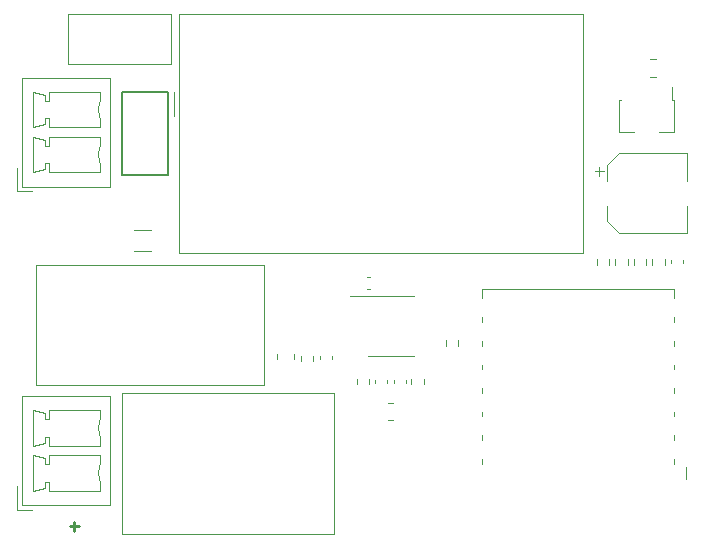
<source format=gbr>
%TF.GenerationSoftware,KiCad,Pcbnew,7.0.5-0*%
%TF.CreationDate,2023-10-21T17:04:42+08:00*%
%TF.ProjectId,Energy,456e6572-6779-42e6-9b69-6361645f7063,rev?*%
%TF.SameCoordinates,Original*%
%TF.FileFunction,Legend,Top*%
%TF.FilePolarity,Positive*%
%FSLAX46Y46*%
G04 Gerber Fmt 4.6, Leading zero omitted, Abs format (unit mm)*
G04 Created by KiCad (PCBNEW 7.0.5-0) date 2023-10-21 17:04:42*
%MOMM*%
%LPD*%
G01*
G04 APERTURE LIST*
%ADD10C,0.250000*%
%ADD11C,0.120000*%
%ADD12C,0.150000*%
G04 APERTURE END LIST*
D10*
X110802568Y-80183666D02*
X111564473Y-80183666D01*
X111183520Y-80564619D02*
X111183520Y-79802714D01*
D11*
%TO.C,U2*%
X162980000Y-76210000D02*
X162980000Y-75210000D01*
X161950000Y-74510000D02*
X161950000Y-74910000D01*
X161950000Y-72510000D02*
X161950000Y-72910000D01*
X161950000Y-70510000D02*
X161950000Y-70910000D01*
X161950000Y-68510000D02*
X161950000Y-68910000D01*
X161950000Y-66510000D02*
X161950000Y-66910000D01*
X161950000Y-64510000D02*
X161950000Y-64910000D01*
X161950000Y-62510000D02*
X161950000Y-62910000D01*
X161950000Y-60090000D02*
X161950000Y-60910000D01*
X145710000Y-74510000D02*
X145710000Y-74910000D01*
X145710000Y-72510000D02*
X145710000Y-72910000D01*
X145710000Y-70510000D02*
X145710000Y-70910000D01*
X145710000Y-68510000D02*
X145710000Y-68910000D01*
X145710000Y-66510000D02*
X145710000Y-66910000D01*
X145710000Y-64510000D02*
X145710000Y-64910000D01*
X145710000Y-62510000D02*
X145710000Y-62910000D01*
X145710000Y-60910000D02*
X145710000Y-60090000D01*
X145710000Y-60090000D02*
X161950000Y-60090000D01*
%TO.C,R3*%
X157007500Y-58047258D02*
X157007500Y-57572742D01*
X158052500Y-58047258D02*
X158052500Y-57572742D01*
%TO.C,C7*%
X139250000Y-67819420D02*
X139250000Y-68100580D01*
X138230000Y-67819420D02*
X138230000Y-68100580D01*
%TO.C,R10*%
X116272936Y-55120000D02*
X117727064Y-55120000D01*
X116272936Y-56940000D02*
X117727064Y-56940000D01*
%TO.C,R4*%
X142657500Y-64947258D02*
X142657500Y-64472742D01*
X143702500Y-64947258D02*
X143702500Y-64472742D01*
%TO.C,R1*%
X160147500Y-58047258D02*
X160147500Y-57572742D01*
X161192500Y-58047258D02*
X161192500Y-57572742D01*
%TO.C,C6*%
X136690000Y-68100580D02*
X136690000Y-67819420D01*
X137710000Y-68100580D02*
X137710000Y-67819420D01*
%TO.C,C8*%
X133010000Y-65794420D02*
X133010000Y-66075580D01*
X131990000Y-65794420D02*
X131990000Y-66075580D01*
%TO.C,L3*%
X107998000Y-58120000D02*
X127302000Y-58120000D01*
X127302000Y-58120000D02*
X127302000Y-68280000D01*
X127302000Y-68280000D02*
X107998000Y-68280000D01*
X107998000Y-68280000D02*
X107998000Y-58120000D01*
%TO.C,R5*%
X155427500Y-58047258D02*
X155427500Y-57572742D01*
X156472500Y-58047258D02*
X156472500Y-57572742D01*
%TO.C,J2*%
X106392500Y-78787500D02*
X106392500Y-76787500D01*
X107642500Y-78787500D02*
X106392500Y-78787500D01*
X106782500Y-78397500D02*
X114252500Y-78397500D01*
X114252500Y-78397500D02*
X114252500Y-69167500D01*
X107742500Y-77187500D02*
X107742500Y-74187500D01*
X109092500Y-77187500D02*
X109092500Y-76437500D01*
X113392500Y-77187500D02*
X109092500Y-77187500D01*
X108742500Y-76937500D02*
X107742500Y-77187500D01*
X108742500Y-76437500D02*
X108742500Y-76937500D01*
X109092500Y-76437500D02*
X108742500Y-76437500D01*
X113392500Y-76437500D02*
X113392500Y-77187500D01*
X108742500Y-74937500D02*
X109092500Y-74937500D01*
X109092500Y-74937500D02*
X109092500Y-74187500D01*
X108742500Y-74437500D02*
X108742500Y-74937500D01*
X107742500Y-74187500D02*
X108742500Y-74437500D01*
X109092500Y-74187500D02*
X113392500Y-74187500D01*
X113392500Y-74187500D02*
X113392500Y-74937500D01*
X107742500Y-73377500D02*
X107742500Y-70377500D01*
X109092500Y-73377500D02*
X109092500Y-72627500D01*
X113392500Y-73377500D02*
X109092500Y-73377500D01*
X108742500Y-73127500D02*
X107742500Y-73377500D01*
X108742500Y-72627500D02*
X108742500Y-73127500D01*
X109092500Y-72627500D02*
X108742500Y-72627500D01*
X113392500Y-72627500D02*
X113392500Y-73377500D01*
X108742500Y-71127500D02*
X109092500Y-71127500D01*
X109092500Y-71127500D02*
X109092500Y-70377500D01*
X108742500Y-70627500D02*
X108742500Y-71127500D01*
X107742500Y-70377500D02*
X108742500Y-70627500D01*
X109092500Y-70377500D02*
X113392500Y-70377500D01*
X113392500Y-70377500D02*
X113392500Y-71127500D01*
X106782500Y-69167500D02*
X106782500Y-78397500D01*
X114252500Y-69167500D02*
X106782500Y-69167500D01*
X113392345Y-74937853D02*
G75*
G03*
X113392500Y-76437500I1700155J-749647D01*
G01*
X113392345Y-71127853D02*
G75*
G03*
X113392500Y-72627500I1700155J-749647D01*
G01*
%TO.C,F1*%
X110630000Y-36810000D02*
X110630000Y-41050000D01*
X110630000Y-36810000D02*
X119370000Y-36810000D01*
X119370000Y-41050000D02*
X110630000Y-41050000D01*
X119370000Y-41050000D02*
X119370000Y-36810000D01*
%TO.C,C2*%
X159938748Y-40665000D02*
X160461252Y-40665000D01*
X159938748Y-42135000D02*
X160461252Y-42135000D01*
%TO.C,R11*%
X131432500Y-65747742D02*
X131432500Y-66222258D01*
X130387500Y-65747742D02*
X130387500Y-66222258D01*
%TO.C,C3*%
X155262500Y-50157500D02*
X156050000Y-50157500D01*
X155656250Y-49763750D02*
X155656250Y-50551250D01*
X156290000Y-49659437D02*
X156290000Y-50945000D01*
X156290000Y-49659437D02*
X157354437Y-48595000D01*
X156290000Y-54350563D02*
X156290000Y-53065000D01*
X156290000Y-54350563D02*
X157354437Y-55415000D01*
X157354437Y-48595000D02*
X163110000Y-48595000D01*
X157354437Y-55415000D02*
X163110000Y-55415000D01*
X163110000Y-48595000D02*
X163110000Y-50945000D01*
X163110000Y-55415000D02*
X163110000Y-53065000D01*
%TO.C,L1*%
X115200000Y-68880000D02*
X133200000Y-68880000D01*
X133200000Y-68880000D02*
X133200000Y-80880000D01*
X133200000Y-80880000D02*
X115200000Y-80880000D01*
X115200000Y-80880000D02*
X115200000Y-68880000D01*
%TO.C,PS1*%
X119647500Y-43430000D02*
X119647500Y-45440000D01*
X120037500Y-36830000D02*
X120037500Y-57030000D01*
X120037500Y-57030000D02*
X154237500Y-57030000D01*
X154237500Y-36830000D02*
X120037500Y-36830000D01*
X154237500Y-57030000D02*
X154237500Y-36830000D01*
%TO.C,C4*%
X161730000Y-57950580D02*
X161730000Y-57669420D01*
X162750000Y-57950580D02*
X162750000Y-57669420D01*
%TO.C,R8*%
X140792500Y-67722742D02*
X140792500Y-68197258D01*
X139747500Y-67722742D02*
X139747500Y-68197258D01*
%TO.C,U3*%
X137980000Y-60690000D02*
X134530000Y-60690000D01*
X137980000Y-60690000D02*
X139930000Y-60690000D01*
X137980000Y-65810000D02*
X136030000Y-65810000D01*
X137980000Y-65810000D02*
X139930000Y-65810000D01*
%TO.C,U1*%
X161780000Y-43000000D02*
X161780000Y-44140000D01*
X162010000Y-44140000D02*
X161780000Y-44140000D01*
X162010000Y-44140000D02*
X162010000Y-46860000D01*
X157290000Y-44140000D02*
X157520000Y-44140000D01*
X162010000Y-46860000D02*
X160700000Y-46860000D01*
X158600000Y-46860000D02*
X157290000Y-46860000D01*
X157290000Y-46860000D02*
X157290000Y-44140000D01*
%TO.C,R6*%
X136192500Y-67722742D02*
X136192500Y-68197258D01*
X135147500Y-67722742D02*
X135147500Y-68197258D01*
%TO.C,J1*%
X106392500Y-51840000D02*
X106392500Y-49840000D01*
X107642500Y-51840000D02*
X106392500Y-51840000D01*
X106782500Y-51450000D02*
X114252500Y-51450000D01*
X114252500Y-51450000D02*
X114252500Y-42220000D01*
X107742500Y-50240000D02*
X107742500Y-47240000D01*
X109092500Y-50240000D02*
X109092500Y-49490000D01*
X113392500Y-50240000D02*
X109092500Y-50240000D01*
X108742500Y-49990000D02*
X107742500Y-50240000D01*
X108742500Y-49490000D02*
X108742500Y-49990000D01*
X109092500Y-49490000D02*
X108742500Y-49490000D01*
X113392500Y-49490000D02*
X113392500Y-50240000D01*
X108742500Y-47990000D02*
X109092500Y-47990000D01*
X109092500Y-47990000D02*
X109092500Y-47240000D01*
X108742500Y-47490000D02*
X108742500Y-47990000D01*
X107742500Y-47240000D02*
X108742500Y-47490000D01*
X109092500Y-47240000D02*
X113392500Y-47240000D01*
X113392500Y-47240000D02*
X113392500Y-47990000D01*
X107742500Y-46430000D02*
X107742500Y-43430000D01*
X109092500Y-46430000D02*
X109092500Y-45680000D01*
X113392500Y-46430000D02*
X109092500Y-46430000D01*
X108742500Y-46180000D02*
X107742500Y-46430000D01*
X108742500Y-45680000D02*
X108742500Y-46180000D01*
X109092500Y-45680000D02*
X108742500Y-45680000D01*
X113392500Y-45680000D02*
X113392500Y-46430000D01*
X108742500Y-44180000D02*
X109092500Y-44180000D01*
X109092500Y-44180000D02*
X109092500Y-43430000D01*
X108742500Y-43680000D02*
X108742500Y-44180000D01*
X107742500Y-43430000D02*
X108742500Y-43680000D01*
X109092500Y-43430000D02*
X113392500Y-43430000D01*
X113392500Y-43430000D02*
X113392500Y-44180000D01*
X106782500Y-42220000D02*
X106782500Y-51450000D01*
X114252500Y-42220000D02*
X106782500Y-42220000D01*
X113392345Y-47990353D02*
G75*
G03*
X113392500Y-49490000I1700155J-749647D01*
G01*
X113392345Y-44180353D02*
G75*
G03*
X113392500Y-45680000I1700155J-749647D01*
G01*
%TO.C,R2*%
X158577500Y-58047258D02*
X158577500Y-57572742D01*
X159622500Y-58047258D02*
X159622500Y-57572742D01*
%TO.C,C5*%
X135989420Y-59070000D02*
X136270580Y-59070000D01*
X135989420Y-60090000D02*
X136270580Y-60090000D01*
%TO.C,R9*%
X129825000Y-65582936D02*
X129825000Y-66037064D01*
X128355000Y-65582936D02*
X128355000Y-66037064D01*
D12*
%TO.C,RV1*%
X119120000Y-43430000D02*
X115220000Y-43430000D01*
X119120000Y-43430000D02*
X119120000Y-50430000D01*
X115220000Y-43430000D02*
X115220000Y-50430000D01*
X119120000Y-50430000D02*
X115220000Y-50430000D01*
D11*
%TO.C,R7*%
X138197064Y-71215000D02*
X137742936Y-71215000D01*
X138197064Y-69745000D02*
X137742936Y-69745000D01*
%TD*%
M02*

</source>
